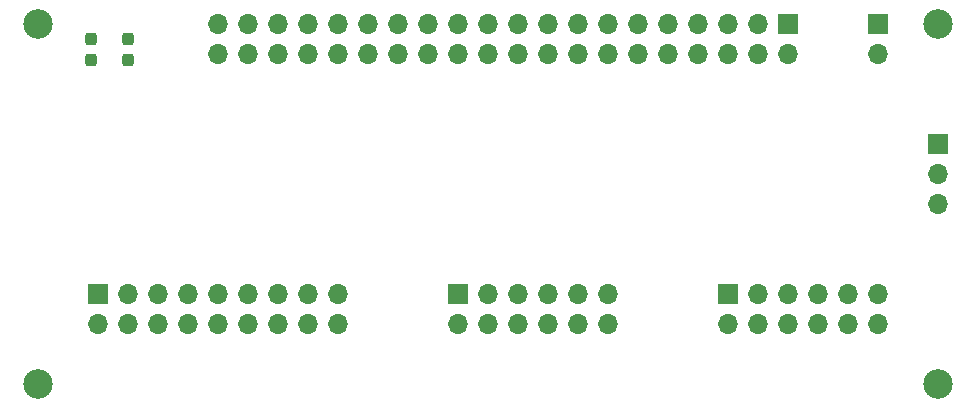
<source format=gts>
G04 #@! TF.GenerationSoftware,KiCad,Pcbnew,6.0.9-8da3e8f707~116~ubuntu20.04.1*
G04 #@! TF.CreationDate,2023-03-05T21:16:07+01:00*
G04 #@! TF.ProjectId,pi4_pmod,7069345f-706d-46f6-942e-6b696361645f,rev?*
G04 #@! TF.SameCoordinates,Original*
G04 #@! TF.FileFunction,Soldermask,Top*
G04 #@! TF.FilePolarity,Negative*
%FSLAX46Y46*%
G04 Gerber Fmt 4.6, Leading zero omitted, Abs format (unit mm)*
G04 Created by KiCad (PCBNEW 6.0.9-8da3e8f707~116~ubuntu20.04.1) date 2023-03-05 21:16:07*
%MOMM*%
%LPD*%
G01*
G04 APERTURE LIST*
G04 Aperture macros list*
%AMRoundRect*
0 Rectangle with rounded corners*
0 $1 Rounding radius*
0 $2 $3 $4 $5 $6 $7 $8 $9 X,Y pos of 4 corners*
0 Add a 4 corners polygon primitive as box body*
4,1,4,$2,$3,$4,$5,$6,$7,$8,$9,$2,$3,0*
0 Add four circle primitives for the rounded corners*
1,1,$1+$1,$2,$3*
1,1,$1+$1,$4,$5*
1,1,$1+$1,$6,$7*
1,1,$1+$1,$8,$9*
0 Add four rect primitives between the rounded corners*
20,1,$1+$1,$2,$3,$4,$5,0*
20,1,$1+$1,$4,$5,$6,$7,0*
20,1,$1+$1,$6,$7,$8,$9,0*
20,1,$1+$1,$8,$9,$2,$3,0*%
G04 Aperture macros list end*
%ADD10R,1.700000X1.700000*%
%ADD11O,1.700000X1.700000*%
%ADD12RoundRect,0.237500X0.237500X-0.287500X0.237500X0.287500X-0.237500X0.287500X-0.237500X-0.287500X0*%
%ADD13C,2.500000*%
G04 APERTURE END LIST*
D10*
X137160000Y-68580000D03*
D11*
X137160000Y-71120000D03*
X139700000Y-68580000D03*
X139700000Y-71120000D03*
X142240000Y-68580000D03*
X142240000Y-71120000D03*
X144780000Y-68580000D03*
X144780000Y-71120000D03*
X147320000Y-68580000D03*
X147320000Y-71120000D03*
X149860000Y-68580000D03*
X149860000Y-71120000D03*
D10*
X160020000Y-68580000D03*
D11*
X160020000Y-71120000D03*
X162560000Y-68580000D03*
X162560000Y-71120000D03*
X165100000Y-68580000D03*
X165100000Y-71120000D03*
X167640000Y-68580000D03*
X167640000Y-71120000D03*
X170180000Y-68580000D03*
X170180000Y-71120000D03*
X172720000Y-68580000D03*
X172720000Y-71120000D03*
D10*
X165100000Y-45720000D03*
D11*
X165100000Y-48260000D03*
X162560000Y-45720000D03*
X162560000Y-48260000D03*
X160020000Y-45720000D03*
X160020000Y-48260000D03*
X157480000Y-45720000D03*
X157480000Y-48260000D03*
X154940000Y-45720000D03*
X154940000Y-48260000D03*
X152400000Y-45720000D03*
X152400000Y-48260000D03*
X149860000Y-45720000D03*
X149860000Y-48260000D03*
X147320000Y-45720000D03*
X147320000Y-48260000D03*
X144780000Y-45720000D03*
X144780000Y-48260000D03*
X142240000Y-45720000D03*
X142240000Y-48260000D03*
X139700000Y-45720000D03*
X139700000Y-48260000D03*
X137160000Y-45720000D03*
X137160000Y-48260000D03*
X134620000Y-45720000D03*
X134620000Y-48260000D03*
X132080000Y-45720000D03*
X132080000Y-48260000D03*
X129540000Y-45720000D03*
X129540000Y-48260000D03*
X127000000Y-45720000D03*
X127000000Y-48260000D03*
X124460000Y-45720000D03*
X124460000Y-48260000D03*
X121920000Y-45720000D03*
X121920000Y-48260000D03*
X119380000Y-45720000D03*
X119380000Y-48260000D03*
X116840000Y-45720000D03*
X116840000Y-48260000D03*
D12*
X109220000Y-48740000D03*
X109220000Y-46990000D03*
D10*
X106680000Y-68580000D03*
D11*
X106680000Y-71120000D03*
X109220000Y-68580000D03*
X109220000Y-71120000D03*
X111760000Y-68580000D03*
X111760000Y-71120000D03*
X114300000Y-68580000D03*
X114300000Y-71120000D03*
X116840000Y-68580000D03*
X116840000Y-71120000D03*
X119380000Y-68580000D03*
X119380000Y-71120000D03*
X121920000Y-68580000D03*
X121920000Y-71120000D03*
X124460000Y-68580000D03*
X124460000Y-71120000D03*
X127000000Y-68580000D03*
X127000000Y-71120000D03*
D10*
X172720000Y-45720000D03*
D11*
X172720000Y-48260000D03*
D13*
X101600000Y-45720000D03*
X177800000Y-45720000D03*
X177800000Y-76200000D03*
D12*
X106045000Y-48740000D03*
X106045000Y-46990000D03*
D13*
X101600000Y-76200000D03*
D10*
X177800000Y-55880000D03*
D11*
X177800000Y-58420000D03*
X177800000Y-60960000D03*
M02*

</source>
